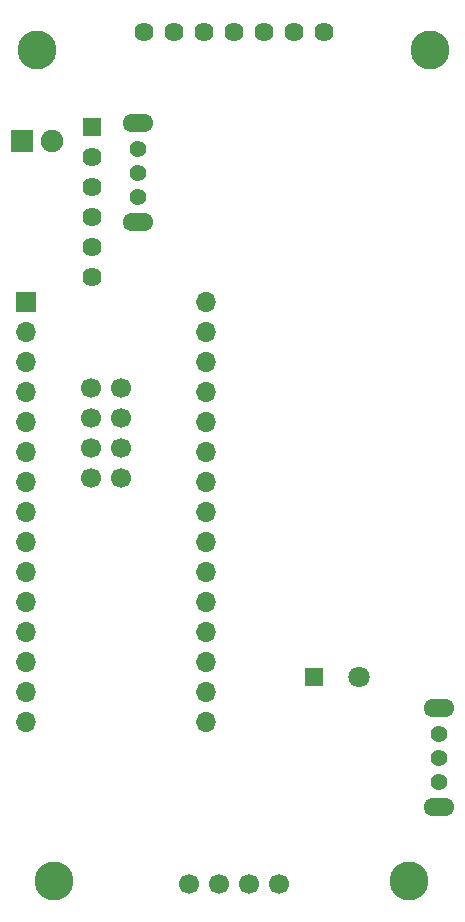
<source format=gbr>
%TF.GenerationSoftware,KiCad,Pcbnew,(5.1.6)-1*%
%TF.CreationDate,2021-10-22T11:30:52-04:00*%
%TF.ProjectId,main_board,6d61696e-5f62-46f6-9172-642e6b696361,rev?*%
%TF.SameCoordinates,Original*%
%TF.FileFunction,Soldermask,Bot*%
%TF.FilePolarity,Negative*%
%FSLAX46Y46*%
G04 Gerber Fmt 4.6, Leading zero omitted, Abs format (unit mm)*
G04 Created by KiCad (PCBNEW (5.1.6)-1) date 2021-10-22 11:30:52*
%MOMM*%
%LPD*%
G01*
G04 APERTURE LIST*
%ADD10C,1.624000*%
%ADD11R,1.624000X1.624000*%
%ADD12C,1.424000*%
%ADD13O,2.624000X1.524000*%
%ADD14C,3.300000*%
%ADD15R,1.700000X1.700000*%
%ADD16O,1.700000X1.700000*%
%ADD17R,1.900000X1.900000*%
%ADD18C,1.900000*%
%ADD19C,1.700000*%
%ADD20C,1.800000*%
%ADD21R,1.600000X1.600000*%
G04 APERTURE END LIST*
D10*
%TO.C,MICRO SD*%
X145478500Y-92138500D03*
X145478500Y-84518500D03*
D11*
X145478500Y-81978500D03*
D10*
X145478500Y-87058500D03*
X145478500Y-89598500D03*
X145478500Y-94678500D03*
%TD*%
D12*
%TO.C,switch2*%
X149352000Y-87884000D03*
X149352000Y-85852000D03*
X149352000Y-83820000D03*
D13*
X149352000Y-90043000D03*
X149352000Y-81661000D03*
%TD*%
D14*
%TO.C,REF\u002A\u002A*%
X140843000Y-75438000D03*
%TD*%
%TO.C,REF\u002A\u002A*%
X172275500Y-145796000D03*
%TD*%
%TO.C,REF\u002A\u002A*%
X174053500Y-75438000D03*
%TD*%
%TO.C,REF\u002A\u002A*%
X142240000Y-145796000D03*
%TD*%
D15*
%TO.C,ARDUINO NANO*%
X139890500Y-96837500D03*
D16*
X155130500Y-129857500D03*
X139890500Y-99377500D03*
X155130500Y-127317500D03*
X139890500Y-101917500D03*
X155130500Y-124777500D03*
X139890500Y-104457500D03*
X155130500Y-122237500D03*
X139890500Y-106997500D03*
X155130500Y-119697500D03*
X139890500Y-109537500D03*
X155130500Y-117157500D03*
X139890500Y-112077500D03*
X155130500Y-114617500D03*
X139890500Y-114617500D03*
X155130500Y-112077500D03*
X139890500Y-117157500D03*
X155130500Y-109537500D03*
X139890500Y-119697500D03*
X155130500Y-106997500D03*
X139890500Y-122237500D03*
X155130500Y-104457500D03*
X139890500Y-124777500D03*
X155130500Y-101917500D03*
X139890500Y-127317500D03*
X155130500Y-99377500D03*
X139890500Y-129857500D03*
X155130500Y-96837500D03*
X139890500Y-132397500D03*
X155130500Y-132397500D03*
%TD*%
D17*
%TO.C,D2*%
X139573000Y-83185000D03*
D18*
X142113000Y-83185000D03*
%TD*%
D19*
%TO.C,nRF24L01+1*%
X147891500Y-106616500D03*
X145351500Y-106616500D03*
X145351500Y-111696500D03*
X145351500Y-109156500D03*
X147891500Y-109156500D03*
X147891500Y-111696500D03*
X147891500Y-104076500D03*
X145351500Y-104076500D03*
%TD*%
D20*
%TO.C,POWER*%
X168084500Y-128587500D03*
D21*
X164274500Y-128587500D03*
%TD*%
D12*
%TO.C,switch1*%
X174815500Y-133350000D03*
X174815500Y-135382000D03*
X174815500Y-137414000D03*
D13*
X174815500Y-131191000D03*
X174815500Y-139573000D03*
%TD*%
D19*
%TO.C,STAGE*%
X161290000Y-146050000D03*
X158750000Y-146050000D03*
X156210000Y-146050000D03*
X153670000Y-146050000D03*
%TD*%
D10*
%TO.C,U1*%
X165100000Y-73914000D03*
X162560000Y-73914000D03*
X160020000Y-73914000D03*
X157480000Y-73914000D03*
X154940000Y-73914000D03*
X152400000Y-73914000D03*
X149860000Y-73914000D03*
%TD*%
M02*

</source>
